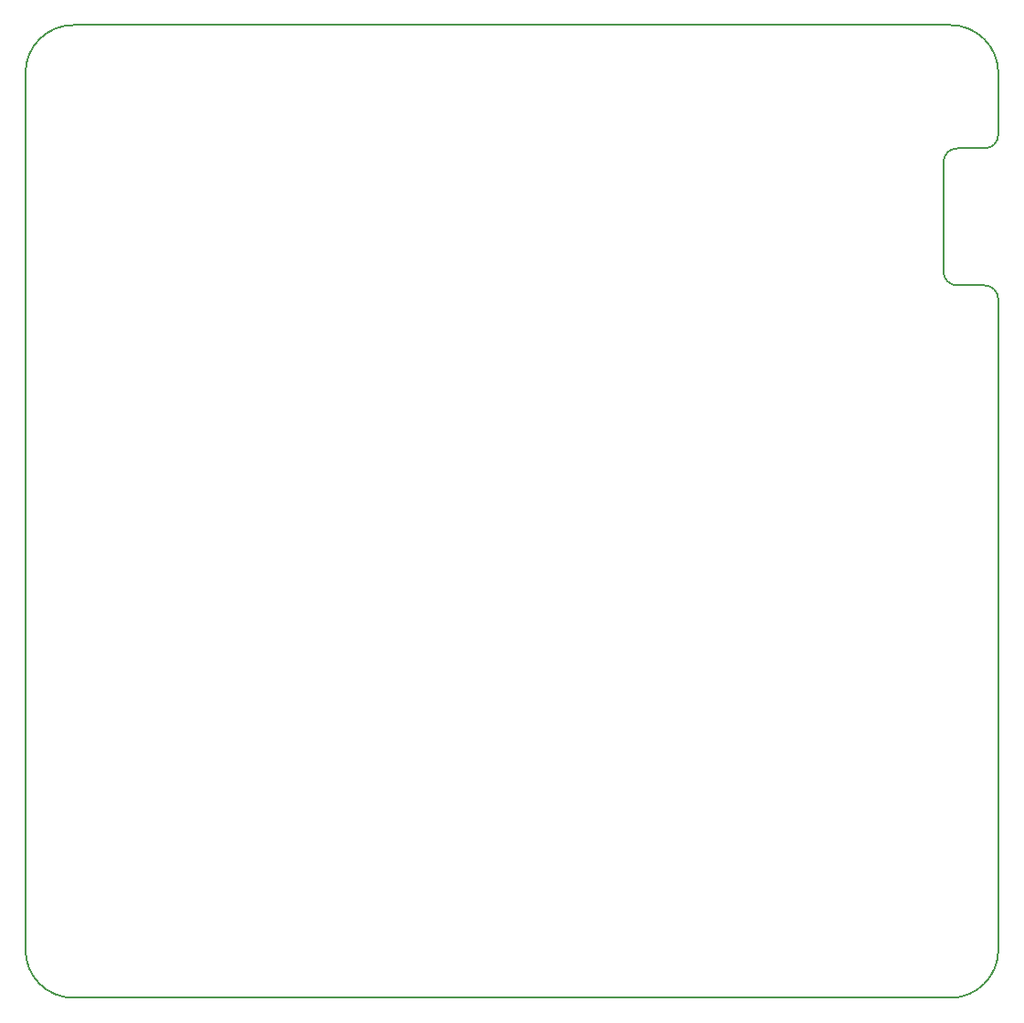
<source format=gbr>
G04 #@! TF.GenerationSoftware,KiCad,Pcbnew,8.0.7-1.fc41*
G04 #@! TF.CreationDate,2024-12-31T00:15:44+05:30*
G04 #@! TF.ProjectId,helper,68656c70-6572-42e6-9b69-6361645f7063,rev?*
G04 #@! TF.SameCoordinates,Original*
G04 #@! TF.FileFunction,Profile,NP*
%FSLAX46Y46*%
G04 Gerber Fmt 4.6, Leading zero omitted, Abs format (unit mm)*
G04 Created by KiCad (PCBNEW 8.0.7-1.fc41) date 2024-12-31 00:15:44*
%MOMM*%
%LPD*%
G01*
G04 APERTURE LIST*
G04 #@! TA.AperFunction,Profile*
%ADD10C,0.150000*%
G04 #@! TD*
G04 #@! TA.AperFunction,Profile*
%ADD11C,0.200000*%
G04 #@! TD*
G04 APERTURE END LIST*
D10*
X199390000Y-60960000D02*
G75*
G02*
X200660000Y-59690000I1270000J0D01*
G01*
X200660000Y-72390000D02*
G75*
G02*
X199390000Y-71120000I0J1270000D01*
G01*
X203200000Y-72390000D02*
G75*
G02*
X204470000Y-73660000I0J-1270000D01*
G01*
X200025000Y-138430000D02*
X118745000Y-138430000D01*
X200660000Y-72390000D02*
X203200000Y-72390000D01*
D11*
X114300000Y-52705000D02*
X114300000Y-133985000D01*
D10*
X199390000Y-60960000D02*
X199390000Y-71120000D01*
X204470000Y-133985000D02*
X204470000Y-73660000D01*
X118745000Y-48260000D02*
X200025000Y-48260000D01*
X114300000Y-52705000D02*
G75*
G02*
X118745000Y-48260000I4445000J0D01*
G01*
X203200000Y-59690000D02*
X200660000Y-59690000D01*
X204470000Y-133985000D02*
G75*
G02*
X200025000Y-138430000I-4445000J0D01*
G01*
X204470000Y-52705000D02*
X204470000Y-58420000D01*
X204470000Y-58420000D02*
G75*
G02*
X203200000Y-59690000I-1270000J0D01*
G01*
X118745000Y-138430000D02*
G75*
G02*
X114300000Y-133985000I0J4445000D01*
G01*
D11*
X200025000Y-48260000D02*
G75*
G02*
X204470000Y-52705000I0J-4445000D01*
G01*
M02*

</source>
